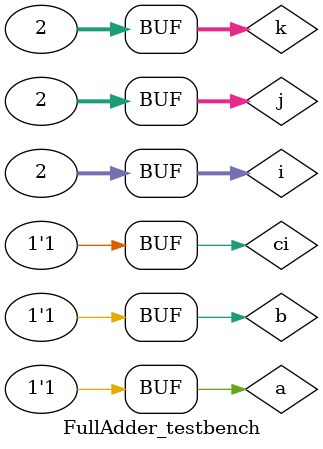
<source format=sv>
module FullAdder(input logic ci,b,a, output logic s,c0);
    assign s = b ^ a ^ ci;
    assign c0 = (b ^ a) ? ci : b;
endmodule
//In this testbench I test for all values to be correct. My assert
//i + j + k == s + c0 * 2 is never false, which is the value I need 
//to be true inorder for the the module to be correct.
module FullAdder_testbench();
    logic ci,a,b,s,c0;
    integer i,j,k;

    FullAdder DUT(ci,a,b,s,c0);
    initial 
    begin
        $display("b:a:ci    s:c0");    
    end

    initial 
    begin
        b = 0;a = 0;ci = 0;
        for(i = 0; i < 2; i++)
        begin
            $monitor("%b%b%b       %b%b",b,a,ci,c0,s);
            b = i;#10;
            for(j = 0; j < 2; j++)
            begin
                $monitor("%b%b%b       %b%b",b,a,ci,c0,s);
                a = j;#10;
                for(k = 0; k < 2; k++)
                begin
                    $monitor("%b%b%b       %b%b",b,a,ci,c0,s);
                    ci = k;#10;
                    assert(i + j + k == s + c0 * 2);
                end
            end
        end
    end
endmodule
</source>
